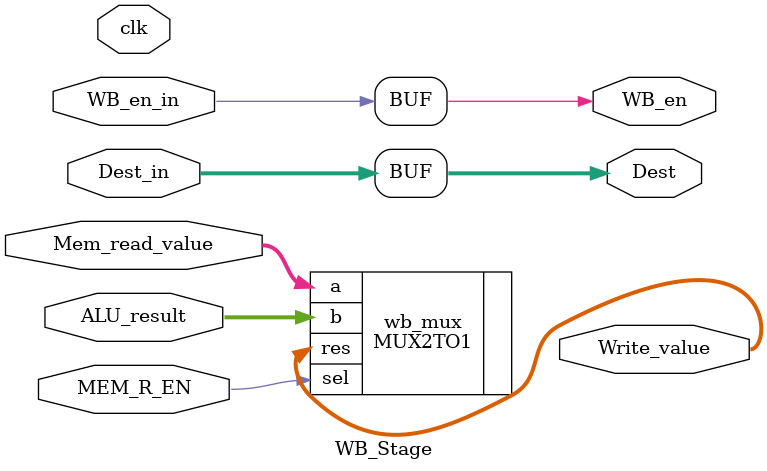
<source format=v>
module WB_Stage
	(
		input clk,
		input WB_en_in,
		//MEM Signals
		input MEM_R_EN,
		//memory Address
		input [31:0] ALU_result,
		
		input [31:0] Mem_read_value,
		input [4:0] Dest_in,

		output WB_en,
		output [31:0] Write_value,
		output [4:0] Dest
	);
	
	assign WB_en = WB_en_in;
	assign Dest = Dest_in;
	MUX2TO1 wb_mux (
		.a 				(Mem_read_value),
		.b 				(ALU_result),
		.sel 			(MEM_R_EN),
		.res 			(Write_value)
	);

endmodule
</source>
